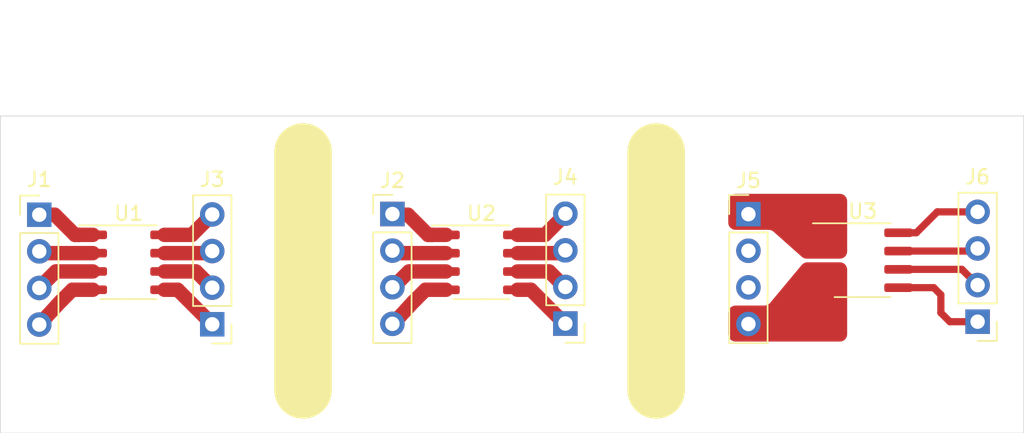
<source format=kicad_pcb>
(kicad_pcb (version 20171130) (host pcbnew "(5.1.5)-3")

  (general
    (thickness 1.6)
    (drawings 8)
    (tracks 54)
    (zones 0)
    (modules 9)
    (nets 25)
  )

  (page A4)
  (layers
    (0 F.Cu signal)
    (31 B.Cu signal)
    (32 B.Adhes user)
    (33 F.Adhes user)
    (34 B.Paste user)
    (35 F.Paste user)
    (36 B.SilkS user)
    (37 F.SilkS user)
    (38 B.Mask user)
    (39 F.Mask user)
    (40 Dwgs.User user)
    (41 Cmts.User user)
    (42 Eco1.User user)
    (43 Eco2.User user)
    (44 Edge.Cuts user)
    (45 Margin user)
    (46 B.CrtYd user)
    (47 F.CrtYd user)
    (48 B.Fab user)
    (49 F.Fab user)
  )

  (setup
    (last_trace_width 0.5)
    (user_trace_width 0.5)
    (user_trace_width 1)
    (trace_clearance 0.2)
    (zone_clearance 0.03)
    (zone_45_only no)
    (trace_min 0.2)
    (via_size 0.8)
    (via_drill 0.4)
    (via_min_size 0.4)
    (via_min_drill 0.3)
    (user_via 1 0.6)
    (uvia_size 0.3)
    (uvia_drill 0.1)
    (uvias_allowed no)
    (uvia_min_size 0.2)
    (uvia_min_drill 0.1)
    (edge_width 0.05)
    (segment_width 0.2)
    (pcb_text_width 0.3)
    (pcb_text_size 1.5 1.5)
    (mod_edge_width 0.12)
    (mod_text_size 1 1)
    (mod_text_width 0.15)
    (pad_size 1.524 1.524)
    (pad_drill 0.762)
    (pad_to_mask_clearance 0.051)
    (solder_mask_min_width 0.25)
    (aux_axis_origin 0 0)
    (visible_elements 7FFDFFFF)
    (pcbplotparams
      (layerselection 0x010f0_ffffffff)
      (usegerberextensions false)
      (usegerberattributes false)
      (usegerberadvancedattributes false)
      (creategerberjobfile false)
      (excludeedgelayer true)
      (linewidth 0.100000)
      (plotframeref false)
      (viasonmask false)
      (mode 1)
      (useauxorigin false)
      (hpglpennumber 1)
      (hpglpenspeed 20)
      (hpglpendiameter 15.000000)
      (psnegative false)
      (psa4output false)
      (plotreference true)
      (plotvalue true)
      (plotinvisibletext false)
      (padsonsilk false)
      (subtractmaskfromsilk false)
      (outputformat 1)
      (mirror false)
      (drillshape 0)
      (scaleselection 1)
      (outputdirectory "output/"))
  )

  (net 0 "")
  (net 1 "Net-(J1-Pad4)")
  (net 2 "Net-(J1-Pad3)")
  (net 3 "Net-(J1-Pad2)")
  (net 4 "Net-(J1-Pad1)")
  (net 5 "Net-(J2-Pad4)")
  (net 6 "Net-(J2-Pad3)")
  (net 7 "Net-(J2-Pad2)")
  (net 8 "Net-(J2-Pad1)")
  (net 9 "Net-(J3-Pad4)")
  (net 10 "Net-(J3-Pad3)")
  (net 11 "Net-(J3-Pad2)")
  (net 12 "Net-(J3-Pad1)")
  (net 13 "Net-(J4-Pad4)")
  (net 14 "Net-(J4-Pad3)")
  (net 15 "Net-(J4-Pad2)")
  (net 16 "Net-(J4-Pad1)")
  (net 17 "Net-(J5-Pad4)")
  (net 18 "Net-(J5-Pad3)")
  (net 19 "Net-(J5-Pad2)")
  (net 20 "Net-(J5-Pad1)")
  (net 21 "Net-(J6-Pad4)")
  (net 22 "Net-(J6-Pad3)")
  (net 23 "Net-(J6-Pad2)")
  (net 24 "Net-(J6-Pad1)")

  (net_class Default "This is the default net class."
    (clearance 0.2)
    (trace_width 0.25)
    (via_dia 0.8)
    (via_drill 0.4)
    (uvia_dia 0.3)
    (uvia_drill 0.1)
    (add_net "Net-(J1-Pad1)")
    (add_net "Net-(J1-Pad2)")
    (add_net "Net-(J1-Pad3)")
    (add_net "Net-(J1-Pad4)")
    (add_net "Net-(J2-Pad1)")
    (add_net "Net-(J2-Pad2)")
    (add_net "Net-(J2-Pad3)")
    (add_net "Net-(J2-Pad4)")
    (add_net "Net-(J3-Pad1)")
    (add_net "Net-(J3-Pad2)")
    (add_net "Net-(J3-Pad3)")
    (add_net "Net-(J3-Pad4)")
    (add_net "Net-(J4-Pad1)")
    (add_net "Net-(J4-Pad2)")
    (add_net "Net-(J4-Pad3)")
    (add_net "Net-(J4-Pad4)")
    (add_net "Net-(J5-Pad1)")
    (add_net "Net-(J5-Pad2)")
    (add_net "Net-(J5-Pad3)")
    (add_net "Net-(J5-Pad4)")
    (add_net "Net-(J6-Pad1)")
    (add_net "Net-(J6-Pad2)")
    (add_net "Net-(J6-Pad3)")
    (add_net "Net-(J6-Pad4)")
  )

  (module Package_SO:SOIC-8_3.9x4.9mm_P1.27mm (layer F.Cu) (tedit 5D9F72B1) (tstamp 5E9A76AE)
    (at 177.825 61.005)
    (descr "SOIC, 8 Pin (JEDEC MS-012AA, https://www.analog.com/media/en/package-pcb-resources/package/pkg_pdf/soic_narrow-r/r_8.pdf), generated with kicad-footprint-generator ipc_gullwing_generator.py")
    (tags "SOIC SO")
    (path /5EA81C05)
    (attr smd)
    (fp_text reference U3 (at 0 -3.4) (layer F.SilkS)
      (effects (font (size 1 1) (thickness 0.15)))
    )
    (fp_text value ACS712ELCTR-30A-T_NRND (at 0 3.4) (layer F.Fab)
      (effects (font (size 1 1) (thickness 0.15)))
    )
    (fp_text user %R (at 0 0) (layer F.Fab)
      (effects (font (size 0.98 0.98) (thickness 0.15)))
    )
    (fp_line (start 3.7 -2.7) (end -3.7 -2.7) (layer F.CrtYd) (width 0.05))
    (fp_line (start 3.7 2.7) (end 3.7 -2.7) (layer F.CrtYd) (width 0.05))
    (fp_line (start -3.7 2.7) (end 3.7 2.7) (layer F.CrtYd) (width 0.05))
    (fp_line (start -3.7 -2.7) (end -3.7 2.7) (layer F.CrtYd) (width 0.05))
    (fp_line (start -1.95 -1.475) (end -0.975 -2.45) (layer F.Fab) (width 0.1))
    (fp_line (start -1.95 2.45) (end -1.95 -1.475) (layer F.Fab) (width 0.1))
    (fp_line (start 1.95 2.45) (end -1.95 2.45) (layer F.Fab) (width 0.1))
    (fp_line (start 1.95 -2.45) (end 1.95 2.45) (layer F.Fab) (width 0.1))
    (fp_line (start -0.975 -2.45) (end 1.95 -2.45) (layer F.Fab) (width 0.1))
    (fp_line (start 0 -2.56) (end -3.45 -2.56) (layer F.SilkS) (width 0.12))
    (fp_line (start 0 -2.56) (end 1.95 -2.56) (layer F.SilkS) (width 0.12))
    (fp_line (start 0 2.56) (end -1.95 2.56) (layer F.SilkS) (width 0.12))
    (fp_line (start 0 2.56) (end 1.95 2.56) (layer F.SilkS) (width 0.12))
    (pad 8 smd roundrect (at 2.475 -1.905) (size 1.95 0.6) (layers F.Cu F.Paste F.Mask) (roundrect_rratio 0.25)
      (net 21 "Net-(J6-Pad4)"))
    (pad 7 smd roundrect (at 2.475 -0.635) (size 1.95 0.6) (layers F.Cu F.Paste F.Mask) (roundrect_rratio 0.25)
      (net 22 "Net-(J6-Pad3)"))
    (pad 6 smd roundrect (at 2.475 0.635) (size 1.95 0.6) (layers F.Cu F.Paste F.Mask) (roundrect_rratio 0.25)
      (net 23 "Net-(J6-Pad2)"))
    (pad 5 smd roundrect (at 2.475 1.905) (size 1.95 0.6) (layers F.Cu F.Paste F.Mask) (roundrect_rratio 0.25)
      (net 24 "Net-(J6-Pad1)"))
    (pad 4 smd roundrect (at -2.475 1.905) (size 1.95 0.6) (layers F.Cu F.Paste F.Mask) (roundrect_rratio 0.25)
      (net 17 "Net-(J5-Pad4)"))
    (pad 3 smd roundrect (at -2.475 0.635) (size 1.95 0.6) (layers F.Cu F.Paste F.Mask) (roundrect_rratio 0.25)
      (net 17 "Net-(J5-Pad4)"))
    (pad 2 smd roundrect (at -2.475 -0.635) (size 1.95 0.6) (layers F.Cu F.Paste F.Mask) (roundrect_rratio 0.25)
      (net 20 "Net-(J5-Pad1)"))
    (pad 1 smd roundrect (at -2.475 -1.905) (size 1.95 0.6) (layers F.Cu F.Paste F.Mask) (roundrect_rratio 0.25)
      (net 20 "Net-(J5-Pad1)"))
    (model ${KISYS3DMOD}/Package_SO.3dshapes/SOIC-8_3.9x4.9mm_P1.27mm.wrl
      (at (xyz 0 0 0))
      (scale (xyz 1 1 1))
      (rotate (xyz 0 0 0))
    )
  )

  (module Package_SO:SOIC-8_3.9x4.9mm_P1.27mm (layer F.Cu) (tedit 5D9F72B1) (tstamp 5E9A7694)
    (at 151.375 61.155)
    (descr "SOIC, 8 Pin (JEDEC MS-012AA, https://www.analog.com/media/en/package-pcb-resources/package/pkg_pdf/soic_narrow-r/r_8.pdf), generated with kicad-footprint-generator ipc_gullwing_generator.py")
    (tags "SOIC SO")
    (path /5EAAD7AB)
    (attr smd)
    (fp_text reference U2 (at 0 -3.4) (layer F.SilkS)
      (effects (font (size 1 1) (thickness 0.15)))
    )
    (fp_text value OPA1662AIDR (at 0 3.4) (layer F.Fab)
      (effects (font (size 1 1) (thickness 0.15)))
    )
    (fp_text user %R (at 0 0) (layer F.Fab)
      (effects (font (size 0.98 0.98) (thickness 0.15)))
    )
    (fp_line (start 3.7 -2.7) (end -3.7 -2.7) (layer F.CrtYd) (width 0.05))
    (fp_line (start 3.7 2.7) (end 3.7 -2.7) (layer F.CrtYd) (width 0.05))
    (fp_line (start -3.7 2.7) (end 3.7 2.7) (layer F.CrtYd) (width 0.05))
    (fp_line (start -3.7 -2.7) (end -3.7 2.7) (layer F.CrtYd) (width 0.05))
    (fp_line (start -1.95 -1.475) (end -0.975 -2.45) (layer F.Fab) (width 0.1))
    (fp_line (start -1.95 2.45) (end -1.95 -1.475) (layer F.Fab) (width 0.1))
    (fp_line (start 1.95 2.45) (end -1.95 2.45) (layer F.Fab) (width 0.1))
    (fp_line (start 1.95 -2.45) (end 1.95 2.45) (layer F.Fab) (width 0.1))
    (fp_line (start -0.975 -2.45) (end 1.95 -2.45) (layer F.Fab) (width 0.1))
    (fp_line (start 0 -2.56) (end -3.45 -2.56) (layer F.SilkS) (width 0.12))
    (fp_line (start 0 -2.56) (end 1.95 -2.56) (layer F.SilkS) (width 0.12))
    (fp_line (start 0 2.56) (end -1.95 2.56) (layer F.SilkS) (width 0.12))
    (fp_line (start 0 2.56) (end 1.95 2.56) (layer F.SilkS) (width 0.12))
    (pad 8 smd roundrect (at 2.475 -1.905) (size 1.95 0.6) (layers F.Cu F.Paste F.Mask) (roundrect_rratio 0.25)
      (net 13 "Net-(J4-Pad4)"))
    (pad 7 smd roundrect (at 2.475 -0.635) (size 1.95 0.6) (layers F.Cu F.Paste F.Mask) (roundrect_rratio 0.25)
      (net 14 "Net-(J4-Pad3)"))
    (pad 6 smd roundrect (at 2.475 0.635) (size 1.95 0.6) (layers F.Cu F.Paste F.Mask) (roundrect_rratio 0.25)
      (net 15 "Net-(J4-Pad2)"))
    (pad 5 smd roundrect (at 2.475 1.905) (size 1.95 0.6) (layers F.Cu F.Paste F.Mask) (roundrect_rratio 0.25)
      (net 16 "Net-(J4-Pad1)"))
    (pad 4 smd roundrect (at -2.475 1.905) (size 1.95 0.6) (layers F.Cu F.Paste F.Mask) (roundrect_rratio 0.25)
      (net 5 "Net-(J2-Pad4)"))
    (pad 3 smd roundrect (at -2.475 0.635) (size 1.95 0.6) (layers F.Cu F.Paste F.Mask) (roundrect_rratio 0.25)
      (net 6 "Net-(J2-Pad3)"))
    (pad 2 smd roundrect (at -2.475 -0.635) (size 1.95 0.6) (layers F.Cu F.Paste F.Mask) (roundrect_rratio 0.25)
      (net 7 "Net-(J2-Pad2)"))
    (pad 1 smd roundrect (at -2.475 -1.905) (size 1.95 0.6) (layers F.Cu F.Paste F.Mask) (roundrect_rratio 0.25)
      (net 8 "Net-(J2-Pad1)"))
    (model ${KISYS3DMOD}/Package_SO.3dshapes/SOIC-8_3.9x4.9mm_P1.27mm.wrl
      (at (xyz 0 0 0))
      (scale (xyz 1 1 1))
      (rotate (xyz 0 0 0))
    )
  )

  (module Package_SO:SOIC-8_3.9x4.9mm_P1.27mm (layer F.Cu) (tedit 5D9F72B1) (tstamp 5E9A767A)
    (at 126.9 61.15)
    (descr "SOIC, 8 Pin (JEDEC MS-012AA, https://www.analog.com/media/en/package-pcb-resources/package/pkg_pdf/soic_narrow-r/r_8.pdf), generated with kicad-footprint-generator ipc_gullwing_generator.py")
    (tags "SOIC SO")
    (path /5EA7F2ED)
    (attr smd)
    (fp_text reference U1 (at 0 -3.4) (layer F.SilkS)
      (effects (font (size 1 1) (thickness 0.15)))
    )
    (fp_text value OPA1662AIDR (at 0 3.4) (layer F.Fab)
      (effects (font (size 1 1) (thickness 0.15)))
    )
    (fp_text user %R (at 0 0) (layer F.Fab)
      (effects (font (size 0.98 0.98) (thickness 0.15)))
    )
    (fp_line (start 3.7 -2.7) (end -3.7 -2.7) (layer F.CrtYd) (width 0.05))
    (fp_line (start 3.7 2.7) (end 3.7 -2.7) (layer F.CrtYd) (width 0.05))
    (fp_line (start -3.7 2.7) (end 3.7 2.7) (layer F.CrtYd) (width 0.05))
    (fp_line (start -3.7 -2.7) (end -3.7 2.7) (layer F.CrtYd) (width 0.05))
    (fp_line (start -1.95 -1.475) (end -0.975 -2.45) (layer F.Fab) (width 0.1))
    (fp_line (start -1.95 2.45) (end -1.95 -1.475) (layer F.Fab) (width 0.1))
    (fp_line (start 1.95 2.45) (end -1.95 2.45) (layer F.Fab) (width 0.1))
    (fp_line (start 1.95 -2.45) (end 1.95 2.45) (layer F.Fab) (width 0.1))
    (fp_line (start -0.975 -2.45) (end 1.95 -2.45) (layer F.Fab) (width 0.1))
    (fp_line (start 0 -2.56) (end -3.45 -2.56) (layer F.SilkS) (width 0.12))
    (fp_line (start 0 -2.56) (end 1.95 -2.56) (layer F.SilkS) (width 0.12))
    (fp_line (start 0 2.56) (end -1.95 2.56) (layer F.SilkS) (width 0.12))
    (fp_line (start 0 2.56) (end 1.95 2.56) (layer F.SilkS) (width 0.12))
    (pad 8 smd roundrect (at 2.475 -1.905) (size 1.95 0.6) (layers F.Cu F.Paste F.Mask) (roundrect_rratio 0.25)
      (net 9 "Net-(J3-Pad4)"))
    (pad 7 smd roundrect (at 2.475 -0.635) (size 1.95 0.6) (layers F.Cu F.Paste F.Mask) (roundrect_rratio 0.25)
      (net 10 "Net-(J3-Pad3)"))
    (pad 6 smd roundrect (at 2.475 0.635) (size 1.95 0.6) (layers F.Cu F.Paste F.Mask) (roundrect_rratio 0.25)
      (net 11 "Net-(J3-Pad2)"))
    (pad 5 smd roundrect (at 2.475 1.905) (size 1.95 0.6) (layers F.Cu F.Paste F.Mask) (roundrect_rratio 0.25)
      (net 12 "Net-(J3-Pad1)"))
    (pad 4 smd roundrect (at -2.475 1.905) (size 1.95 0.6) (layers F.Cu F.Paste F.Mask) (roundrect_rratio 0.25)
      (net 1 "Net-(J1-Pad4)"))
    (pad 3 smd roundrect (at -2.475 0.635) (size 1.95 0.6) (layers F.Cu F.Paste F.Mask) (roundrect_rratio 0.25)
      (net 2 "Net-(J1-Pad3)"))
    (pad 2 smd roundrect (at -2.475 -0.635) (size 1.95 0.6) (layers F.Cu F.Paste F.Mask) (roundrect_rratio 0.25)
      (net 3 "Net-(J1-Pad2)"))
    (pad 1 smd roundrect (at -2.475 -1.905) (size 1.95 0.6) (layers F.Cu F.Paste F.Mask) (roundrect_rratio 0.25)
      (net 4 "Net-(J1-Pad1)"))
    (model ${KISYS3DMOD}/Package_SO.3dshapes/SOIC-8_3.9x4.9mm_P1.27mm.wrl
      (at (xyz 0 0 0))
      (scale (xyz 1 1 1))
      (rotate (xyz 0 0 0))
    )
  )

  (module Connector_PinHeader_2.54mm:PinHeader_1x04_P2.54mm_Vertical (layer F.Cu) (tedit 59FED5CC) (tstamp 5E9A7660)
    (at 185.8 65.27 180)
    (descr "Through hole straight pin header, 1x04, 2.54mm pitch, single row")
    (tags "Through hole pin header THT 1x04 2.54mm single row")
    (path /5EAB1CC5)
    (fp_text reference J6 (at 0 10.045) (layer F.SilkS)
      (effects (font (size 1 1) (thickness 0.15)))
    )
    (fp_text value Conn_01x04_Male (at 0 9.95) (layer F.Fab)
      (effects (font (size 1 1) (thickness 0.15)))
    )
    (fp_text user %R (at 0 3.81 90) (layer F.Fab)
      (effects (font (size 1 1) (thickness 0.15)))
    )
    (fp_line (start 1.8 -1.8) (end -1.8 -1.8) (layer F.CrtYd) (width 0.05))
    (fp_line (start 1.8 9.4) (end 1.8 -1.8) (layer F.CrtYd) (width 0.05))
    (fp_line (start -1.8 9.4) (end 1.8 9.4) (layer F.CrtYd) (width 0.05))
    (fp_line (start -1.8 -1.8) (end -1.8 9.4) (layer F.CrtYd) (width 0.05))
    (fp_line (start -1.33 -1.33) (end 0 -1.33) (layer F.SilkS) (width 0.12))
    (fp_line (start -1.33 0) (end -1.33 -1.33) (layer F.SilkS) (width 0.12))
    (fp_line (start -1.33 1.27) (end 1.33 1.27) (layer F.SilkS) (width 0.12))
    (fp_line (start 1.33 1.27) (end 1.33 8.95) (layer F.SilkS) (width 0.12))
    (fp_line (start -1.33 1.27) (end -1.33 8.95) (layer F.SilkS) (width 0.12))
    (fp_line (start -1.33 8.95) (end 1.33 8.95) (layer F.SilkS) (width 0.12))
    (fp_line (start -1.27 -0.635) (end -0.635 -1.27) (layer F.Fab) (width 0.1))
    (fp_line (start -1.27 8.89) (end -1.27 -0.635) (layer F.Fab) (width 0.1))
    (fp_line (start 1.27 8.89) (end -1.27 8.89) (layer F.Fab) (width 0.1))
    (fp_line (start 1.27 -1.27) (end 1.27 8.89) (layer F.Fab) (width 0.1))
    (fp_line (start -0.635 -1.27) (end 1.27 -1.27) (layer F.Fab) (width 0.1))
    (pad 4 thru_hole oval (at 0 7.62 180) (size 1.7 1.7) (drill 1) (layers *.Cu *.Mask)
      (net 21 "Net-(J6-Pad4)"))
    (pad 3 thru_hole oval (at 0 5.08 180) (size 1.7 1.7) (drill 1) (layers *.Cu *.Mask)
      (net 22 "Net-(J6-Pad3)"))
    (pad 2 thru_hole oval (at 0 2.54 180) (size 1.7 1.7) (drill 1) (layers *.Cu *.Mask)
      (net 23 "Net-(J6-Pad2)"))
    (pad 1 thru_hole rect (at 0 0 180) (size 1.7 1.7) (drill 1) (layers *.Cu *.Mask)
      (net 24 "Net-(J6-Pad1)"))
    (model ${KISYS3DMOD}/Connector_PinHeader_2.54mm.3dshapes/PinHeader_1x04_P2.54mm_Vertical.wrl
      (at (xyz 0 0 0))
      (scale (xyz 1 1 1))
      (rotate (xyz 0 0 0))
    )
  )

  (module Connector_PinHeader_2.54mm:PinHeader_1x04_P2.54mm_Vertical (layer F.Cu) (tedit 59FED5CC) (tstamp 5E9A9166)
    (at 169.9 57.81)
    (descr "Through hole straight pin header, 1x04, 2.54mm pitch, single row")
    (tags "Through hole pin header THT 1x04 2.54mm single row")
    (path /5EAAE8EB)
    (fp_text reference J5 (at 0 -2.33) (layer F.SilkS)
      (effects (font (size 1 1) (thickness 0.15)))
    )
    (fp_text value Conn_01x04_Male (at 0 9.95) (layer F.Fab)
      (effects (font (size 1 1) (thickness 0.15)))
    )
    (fp_text user %R (at 0 3.81 90) (layer F.Fab)
      (effects (font (size 1 1) (thickness 0.15)))
    )
    (fp_line (start 1.8 -1.8) (end -1.8 -1.8) (layer F.CrtYd) (width 0.05))
    (fp_line (start 1.8 9.4) (end 1.8 -1.8) (layer F.CrtYd) (width 0.05))
    (fp_line (start -1.8 9.4) (end 1.8 9.4) (layer F.CrtYd) (width 0.05))
    (fp_line (start -1.8 -1.8) (end -1.8 9.4) (layer F.CrtYd) (width 0.05))
    (fp_line (start -1.33 -1.33) (end 0 -1.33) (layer F.SilkS) (width 0.12))
    (fp_line (start -1.33 0) (end -1.33 -1.33) (layer F.SilkS) (width 0.12))
    (fp_line (start -1.33 1.27) (end 1.33 1.27) (layer F.SilkS) (width 0.12))
    (fp_line (start 1.33 1.27) (end 1.33 8.95) (layer F.SilkS) (width 0.12))
    (fp_line (start -1.33 1.27) (end -1.33 8.95) (layer F.SilkS) (width 0.12))
    (fp_line (start -1.33 8.95) (end 1.33 8.95) (layer F.SilkS) (width 0.12))
    (fp_line (start -1.27 -0.635) (end -0.635 -1.27) (layer F.Fab) (width 0.1))
    (fp_line (start -1.27 8.89) (end -1.27 -0.635) (layer F.Fab) (width 0.1))
    (fp_line (start 1.27 8.89) (end -1.27 8.89) (layer F.Fab) (width 0.1))
    (fp_line (start 1.27 -1.27) (end 1.27 8.89) (layer F.Fab) (width 0.1))
    (fp_line (start -0.635 -1.27) (end 1.27 -1.27) (layer F.Fab) (width 0.1))
    (pad 4 thru_hole oval (at 0 7.62) (size 1.7 1.7) (drill 1) (layers *.Cu *.Mask)
      (net 17 "Net-(J5-Pad4)"))
    (pad 3 thru_hole oval (at 0 5.08) (size 1.7 1.7) (drill 1) (layers *.Cu *.Mask)
      (net 18 "Net-(J5-Pad3)"))
    (pad 2 thru_hole oval (at 0 2.54) (size 1.7 1.7) (drill 1) (layers *.Cu *.Mask)
      (net 19 "Net-(J5-Pad2)"))
    (pad 1 thru_hole rect (at 0 0) (size 1.7 1.7) (drill 1) (layers *.Cu *.Mask)
      (net 20 "Net-(J5-Pad1)"))
    (model ${KISYS3DMOD}/Connector_PinHeader_2.54mm.3dshapes/PinHeader_1x04_P2.54mm_Vertical.wrl
      (at (xyz 0 0 0))
      (scale (xyz 1 1 1))
      (rotate (xyz 0 0 0))
    )
  )

  (module Connector_PinHeader_2.54mm:PinHeader_1x04_P2.54mm_Vertical (layer F.Cu) (tedit 59FED5CC) (tstamp 5E9A7630)
    (at 157.2 65.4 180)
    (descr "Through hole straight pin header, 1x04, 2.54mm pitch, single row")
    (tags "Through hole pin header THT 1x04 2.54mm single row")
    (path /5EAAD7BB)
    (fp_text reference J4 (at 0 10.15) (layer F.SilkS)
      (effects (font (size 1 1) (thickness 0.15)))
    )
    (fp_text value Conn_01x04_Male (at 0 9.95) (layer F.Fab)
      (effects (font (size 1 1) (thickness 0.15)))
    )
    (fp_text user %R (at 0 3.81 90) (layer F.Fab)
      (effects (font (size 1 1) (thickness 0.15)))
    )
    (fp_line (start 1.8 -1.8) (end -1.8 -1.8) (layer F.CrtYd) (width 0.05))
    (fp_line (start 1.8 9.4) (end 1.8 -1.8) (layer F.CrtYd) (width 0.05))
    (fp_line (start -1.8 9.4) (end 1.8 9.4) (layer F.CrtYd) (width 0.05))
    (fp_line (start -1.8 -1.8) (end -1.8 9.4) (layer F.CrtYd) (width 0.05))
    (fp_line (start -1.33 -1.33) (end 0 -1.33) (layer F.SilkS) (width 0.12))
    (fp_line (start -1.33 0) (end -1.33 -1.33) (layer F.SilkS) (width 0.12))
    (fp_line (start -1.33 1.27) (end 1.33 1.27) (layer F.SilkS) (width 0.12))
    (fp_line (start 1.33 1.27) (end 1.33 8.95) (layer F.SilkS) (width 0.12))
    (fp_line (start -1.33 1.27) (end -1.33 8.95) (layer F.SilkS) (width 0.12))
    (fp_line (start -1.33 8.95) (end 1.33 8.95) (layer F.SilkS) (width 0.12))
    (fp_line (start -1.27 -0.635) (end -0.635 -1.27) (layer F.Fab) (width 0.1))
    (fp_line (start -1.27 8.89) (end -1.27 -0.635) (layer F.Fab) (width 0.1))
    (fp_line (start 1.27 8.89) (end -1.27 8.89) (layer F.Fab) (width 0.1))
    (fp_line (start 1.27 -1.27) (end 1.27 8.89) (layer F.Fab) (width 0.1))
    (fp_line (start -0.635 -1.27) (end 1.27 -1.27) (layer F.Fab) (width 0.1))
    (pad 4 thru_hole oval (at 0 7.62 180) (size 1.7 1.7) (drill 1) (layers *.Cu *.Mask)
      (net 13 "Net-(J4-Pad4)"))
    (pad 3 thru_hole oval (at 0 5.08 180) (size 1.7 1.7) (drill 1) (layers *.Cu *.Mask)
      (net 14 "Net-(J4-Pad3)"))
    (pad 2 thru_hole oval (at 0 2.54 180) (size 1.7 1.7) (drill 1) (layers *.Cu *.Mask)
      (net 15 "Net-(J4-Pad2)"))
    (pad 1 thru_hole rect (at 0 0 180) (size 1.7 1.7) (drill 1) (layers *.Cu *.Mask)
      (net 16 "Net-(J4-Pad1)"))
    (model ${KISYS3DMOD}/Connector_PinHeader_2.54mm.3dshapes/PinHeader_1x04_P2.54mm_Vertical.wrl
      (at (xyz 0 0 0))
      (scale (xyz 1 1 1))
      (rotate (xyz 0 0 0))
    )
  )

  (module Connector_PinHeader_2.54mm:PinHeader_1x04_P2.54mm_Vertical (layer F.Cu) (tedit 59FED5CC) (tstamp 5E9A7BC3)
    (at 132.7 65.45 180)
    (descr "Through hole straight pin header, 1x04, 2.54mm pitch, single row")
    (tags "Through hole pin header THT 1x04 2.54mm single row")
    (path /5EAAAE53)
    (fp_text reference J3 (at 0 10.05) (layer F.SilkS)
      (effects (font (size 1 1) (thickness 0.15)))
    )
    (fp_text value Conn_01x04_Male (at 0 9.95) (layer F.Fab)
      (effects (font (size 1 1) (thickness 0.15)))
    )
    (fp_text user %R (at 0 3.81 90) (layer F.Fab)
      (effects (font (size 1 1) (thickness 0.15)))
    )
    (fp_line (start 1.8 -1.8) (end -1.8 -1.8) (layer F.CrtYd) (width 0.05))
    (fp_line (start 1.8 9.4) (end 1.8 -1.8) (layer F.CrtYd) (width 0.05))
    (fp_line (start -1.8 9.4) (end 1.8 9.4) (layer F.CrtYd) (width 0.05))
    (fp_line (start -1.8 -1.8) (end -1.8 9.4) (layer F.CrtYd) (width 0.05))
    (fp_line (start -1.33 -1.33) (end 0 -1.33) (layer F.SilkS) (width 0.12))
    (fp_line (start -1.33 0) (end -1.33 -1.33) (layer F.SilkS) (width 0.12))
    (fp_line (start -1.33 1.27) (end 1.33 1.27) (layer F.SilkS) (width 0.12))
    (fp_line (start 1.33 1.27) (end 1.33 8.95) (layer F.SilkS) (width 0.12))
    (fp_line (start -1.33 1.27) (end -1.33 8.95) (layer F.SilkS) (width 0.12))
    (fp_line (start -1.33 8.95) (end 1.33 8.95) (layer F.SilkS) (width 0.12))
    (fp_line (start -1.27 -0.635) (end -0.635 -1.27) (layer F.Fab) (width 0.1))
    (fp_line (start -1.27 8.89) (end -1.27 -0.635) (layer F.Fab) (width 0.1))
    (fp_line (start 1.27 8.89) (end -1.27 8.89) (layer F.Fab) (width 0.1))
    (fp_line (start 1.27 -1.27) (end 1.27 8.89) (layer F.Fab) (width 0.1))
    (fp_line (start -0.635 -1.27) (end 1.27 -1.27) (layer F.Fab) (width 0.1))
    (pad 4 thru_hole oval (at 0 7.62 180) (size 1.7 1.7) (drill 1) (layers *.Cu *.Mask)
      (net 9 "Net-(J3-Pad4)"))
    (pad 3 thru_hole oval (at 0 5.08 180) (size 1.7 1.7) (drill 1) (layers *.Cu *.Mask)
      (net 10 "Net-(J3-Pad3)"))
    (pad 2 thru_hole oval (at 0 2.54 180) (size 1.7 1.7) (drill 1) (layers *.Cu *.Mask)
      (net 11 "Net-(J3-Pad2)"))
    (pad 1 thru_hole rect (at 0 0 180) (size 1.7 1.7) (drill 1) (layers *.Cu *.Mask)
      (net 12 "Net-(J3-Pad1)"))
    (model ${KISYS3DMOD}/Connector_PinHeader_2.54mm.3dshapes/PinHeader_1x04_P2.54mm_Vertical.wrl
      (at (xyz 0 0 0))
      (scale (xyz 1 1 1))
      (rotate (xyz 0 0 0))
    )
  )

  (module Connector_PinHeader_2.54mm:PinHeader_1x04_P2.54mm_Vertical (layer F.Cu) (tedit 59FED5CC) (tstamp 5E9A7600)
    (at 145.2 57.8)
    (descr "Through hole straight pin header, 1x04, 2.54mm pitch, single row")
    (tags "Through hole pin header THT 1x04 2.54mm single row")
    (path /5EAAD7B1)
    (fp_text reference J2 (at 0 -2.33) (layer F.SilkS)
      (effects (font (size 1 1) (thickness 0.15)))
    )
    (fp_text value Conn_01x04_Male (at 0 9.95) (layer F.Fab)
      (effects (font (size 1 1) (thickness 0.15)))
    )
    (fp_text user %R (at 0 3.81 90) (layer F.Fab)
      (effects (font (size 1 1) (thickness 0.15)))
    )
    (fp_line (start 1.8 -1.8) (end -1.8 -1.8) (layer F.CrtYd) (width 0.05))
    (fp_line (start 1.8 9.4) (end 1.8 -1.8) (layer F.CrtYd) (width 0.05))
    (fp_line (start -1.8 9.4) (end 1.8 9.4) (layer F.CrtYd) (width 0.05))
    (fp_line (start -1.8 -1.8) (end -1.8 9.4) (layer F.CrtYd) (width 0.05))
    (fp_line (start -1.33 -1.33) (end 0 -1.33) (layer F.SilkS) (width 0.12))
    (fp_line (start -1.33 0) (end -1.33 -1.33) (layer F.SilkS) (width 0.12))
    (fp_line (start -1.33 1.27) (end 1.33 1.27) (layer F.SilkS) (width 0.12))
    (fp_line (start 1.33 1.27) (end 1.33 8.95) (layer F.SilkS) (width 0.12))
    (fp_line (start -1.33 1.27) (end -1.33 8.95) (layer F.SilkS) (width 0.12))
    (fp_line (start -1.33 8.95) (end 1.33 8.95) (layer F.SilkS) (width 0.12))
    (fp_line (start -1.27 -0.635) (end -0.635 -1.27) (layer F.Fab) (width 0.1))
    (fp_line (start -1.27 8.89) (end -1.27 -0.635) (layer F.Fab) (width 0.1))
    (fp_line (start 1.27 8.89) (end -1.27 8.89) (layer F.Fab) (width 0.1))
    (fp_line (start 1.27 -1.27) (end 1.27 8.89) (layer F.Fab) (width 0.1))
    (fp_line (start -0.635 -1.27) (end 1.27 -1.27) (layer F.Fab) (width 0.1))
    (pad 4 thru_hole oval (at 0 7.62) (size 1.7 1.7) (drill 1) (layers *.Cu *.Mask)
      (net 5 "Net-(J2-Pad4)"))
    (pad 3 thru_hole oval (at 0 5.08) (size 1.7 1.7) (drill 1) (layers *.Cu *.Mask)
      (net 6 "Net-(J2-Pad3)"))
    (pad 2 thru_hole oval (at 0 2.54) (size 1.7 1.7) (drill 1) (layers *.Cu *.Mask)
      (net 7 "Net-(J2-Pad2)"))
    (pad 1 thru_hole rect (at 0 0) (size 1.7 1.7) (drill 1) (layers *.Cu *.Mask)
      (net 8 "Net-(J2-Pad1)"))
    (model ${KISYS3DMOD}/Connector_PinHeader_2.54mm.3dshapes/PinHeader_1x04_P2.54mm_Vertical.wrl
      (at (xyz 0 0 0))
      (scale (xyz 1 1 1))
      (rotate (xyz 0 0 0))
    )
  )

  (module Connector_PinHeader_2.54mm:PinHeader_1x04_P2.54mm_Vertical (layer F.Cu) (tedit 59FED5CC) (tstamp 5E9A75E8)
    (at 120.7 57.85)
    (descr "Through hole straight pin header, 1x04, 2.54mm pitch, single row")
    (tags "Through hole pin header THT 1x04 2.54mm single row")
    (path /5EAA6E12)
    (fp_text reference J1 (at 0 -2.45) (layer F.SilkS)
      (effects (font (size 1 1) (thickness 0.15)))
    )
    (fp_text value Conn_01x04_Male (at 0 9.95) (layer F.Fab)
      (effects (font (size 1 1) (thickness 0.15)))
    )
    (fp_text user %R (at 0 3.81 90) (layer F.Fab)
      (effects (font (size 1 1) (thickness 0.15)))
    )
    (fp_line (start 1.8 -1.8) (end -1.8 -1.8) (layer F.CrtYd) (width 0.05))
    (fp_line (start 1.8 9.4) (end 1.8 -1.8) (layer F.CrtYd) (width 0.05))
    (fp_line (start -1.8 9.4) (end 1.8 9.4) (layer F.CrtYd) (width 0.05))
    (fp_line (start -1.8 -1.8) (end -1.8 9.4) (layer F.CrtYd) (width 0.05))
    (fp_line (start -1.33 -1.33) (end 0 -1.33) (layer F.SilkS) (width 0.12))
    (fp_line (start -1.33 0) (end -1.33 -1.33) (layer F.SilkS) (width 0.12))
    (fp_line (start -1.33 1.27) (end 1.33 1.27) (layer F.SilkS) (width 0.12))
    (fp_line (start 1.33 1.27) (end 1.33 8.95) (layer F.SilkS) (width 0.12))
    (fp_line (start -1.33 1.27) (end -1.33 8.95) (layer F.SilkS) (width 0.12))
    (fp_line (start -1.33 8.95) (end 1.33 8.95) (layer F.SilkS) (width 0.12))
    (fp_line (start -1.27 -0.635) (end -0.635 -1.27) (layer F.Fab) (width 0.1))
    (fp_line (start -1.27 8.89) (end -1.27 -0.635) (layer F.Fab) (width 0.1))
    (fp_line (start 1.27 8.89) (end -1.27 8.89) (layer F.Fab) (width 0.1))
    (fp_line (start 1.27 -1.27) (end 1.27 8.89) (layer F.Fab) (width 0.1))
    (fp_line (start -0.635 -1.27) (end 1.27 -1.27) (layer F.Fab) (width 0.1))
    (pad 4 thru_hole oval (at 0 7.62) (size 1.7 1.7) (drill 1) (layers *.Cu *.Mask)
      (net 1 "Net-(J1-Pad4)"))
    (pad 3 thru_hole oval (at 0 5.08) (size 1.7 1.7) (drill 1) (layers *.Cu *.Mask)
      (net 2 "Net-(J1-Pad3)"))
    (pad 2 thru_hole oval (at 0 2.54) (size 1.7 1.7) (drill 1) (layers *.Cu *.Mask)
      (net 3 "Net-(J1-Pad2)"))
    (pad 1 thru_hole rect (at 0 0) (size 1.7 1.7) (drill 1) (layers *.Cu *.Mask)
      (net 4 "Net-(J1-Pad1)"))
    (model ${KISYS3DMOD}/Connector_PinHeader_2.54mm.3dshapes/PinHeader_1x04_P2.54mm_Vertical.wrl
      (at (xyz 0 0 0))
      (scale (xyz 1 1 1))
      (rotate (xyz 0 0 0))
    )
  )

  (gr_line (start 118 73) (end 118 51) (layer Edge.Cuts) (width 0.05) (tstamp 5E9920CF))
  (gr_line (start 189 73) (end 118 73) (layer Edge.Cuts) (width 0.05))
  (gr_line (start 189 51) (end 189 73) (layer Edge.Cuts) (width 0.05))
  (gr_line (start 118 51) (end 189 51) (layer Edge.Cuts) (width 0.05))
  (gr_line (start 163.5 53.5) (end 163.5 70) (layer F.SilkS) (width 4) (tstamp 5E991F25))
  (dimension 12 (width 0.12) (layer Cmts.User) (tstamp 5E991E70)
    (gr_text "12.000 mm" (at 151.2 43.68) (layer Cmts.User) (tstamp 5E991E70)
      (effects (font (size 1 1) (thickness 0.15)))
    )
    (feature1 (pts (xy 157.2 57.8) (xy 157.2 44.363579)))
    (feature2 (pts (xy 145.2 57.8) (xy 145.2 44.363579)))
    (crossbar (pts (xy 145.2 44.95) (xy 157.2 44.95)))
    (arrow1a (pts (xy 157.2 44.95) (xy 156.073496 45.536421)))
    (arrow1b (pts (xy 157.2 44.95) (xy 156.073496 44.363579)))
    (arrow2a (pts (xy 145.2 44.95) (xy 146.326504 45.536421)))
    (arrow2b (pts (xy 145.2 44.95) (xy 146.326504 44.363579)))
  )
  (dimension 12 (width 0.12) (layer Cmts.User)
    (gr_text "12.000 mm" (at 126.7 43.73) (layer Cmts.User)
      (effects (font (size 1 1) (thickness 0.15)))
    )
    (feature1 (pts (xy 132.7 57.85) (xy 132.7 44.413579)))
    (feature2 (pts (xy 120.7 57.85) (xy 120.7 44.413579)))
    (crossbar (pts (xy 120.7 45) (xy 132.7 45)))
    (arrow1a (pts (xy 132.7 45) (xy 131.573496 45.586421)))
    (arrow1b (pts (xy 132.7 45) (xy 131.573496 44.413579)))
    (arrow2a (pts (xy 120.7 45) (xy 121.826504 45.586421)))
    (arrow2b (pts (xy 120.7 45) (xy 121.826504 44.413579)))
  )
  (gr_line (start 139 53.5) (end 139 70) (layer F.SilkS) (width 4))

  (segment (start 122.275 63.775) (end 122.15 63.895) (width 1) (layer F.Cu) (net 1))
  (segment (start 124.425 63.055) (end 122.995 63.055) (width 1) (layer F.Cu) (net 1))
  (segment (start 122.15 63.895) (end 120.7 65.47) (width 1) (layer F.Cu) (net 1))
  (segment (start 122.995 63.055) (end 122.275 63.775) (width 1) (layer F.Cu) (net 1))
  (segment (start 121.845 61.785) (end 120.7 62.93) (width 1) (layer F.Cu) (net 2))
  (segment (start 124.425 61.785) (end 121.845 61.785) (width 1) (layer F.Cu) (net 2))
  (segment (start 120.825 60.515) (end 120.7 60.39) (width 1) (layer F.Cu) (net 3))
  (segment (start 124.425 60.515) (end 120.825 60.515) (width 1) (layer F.Cu) (net 3))
  (segment (start 123.45 59.245) (end 123.445 59.25) (width 1) (layer F.Cu) (net 4))
  (segment (start 124.425 59.245) (end 123.45 59.245) (width 1) (layer F.Cu) (net 4))
  (segment (start 123.445 59.25) (end 123.175 59.25) (width 1) (layer F.Cu) (net 4))
  (segment (start 123.175 59.25) (end 121.775 57.85) (width 1) (layer F.Cu) (net 4))
  (segment (start 121.775 57.85) (end 120.7 57.85) (width 1) (layer F.Cu) (net 4))
  (segment (start 146.65 63.895) (end 145.2 65.47) (width 1) (layer F.Cu) (net 5) (tstamp 5E9A8E5B))
  (segment (start 148.925 63.055) (end 147.495 63.055) (width 1) (layer F.Cu) (net 5) (tstamp 5E9A8E5F))
  (segment (start 147.495 63.055) (end 146.775 63.775) (width 1) (layer F.Cu) (net 5) (tstamp 5E9A8E60))
  (segment (start 146.775 63.775) (end 146.65 63.895) (width 1) (layer F.Cu) (net 5) (tstamp 5E9A8E63))
  (segment (start 146.345 61.785) (end 145.2 62.93) (width 1) (layer F.Cu) (net 6) (tstamp 5E9A8E54))
  (segment (start 148.925 61.785) (end 146.345 61.785) (width 1) (layer F.Cu) (net 6) (tstamp 5E9A8E57))
  (segment (start 145.325 60.515) (end 145.2 60.39) (width 1) (layer F.Cu) (net 7) (tstamp 5E9A8E52))
  (segment (start 148.925 60.515) (end 145.325 60.515) (width 1) (layer F.Cu) (net 7) (tstamp 5E9A8E58))
  (segment (start 147.945 59.25) (end 147.675 59.25) (width 1) (layer F.Cu) (net 8) (tstamp 5E9A8E4F))
  (segment (start 146.275 57.85) (end 145.2 57.85) (width 1) (layer F.Cu) (net 8) (tstamp 5E9A8E50))
  (segment (start 147.675 59.25) (end 146.275 57.85) (width 1) (layer F.Cu) (net 8) (tstamp 5E9A8E51))
  (segment (start 147.95 59.245) (end 147.945 59.25) (width 1) (layer F.Cu) (net 8) (tstamp 5E9A8E56))
  (segment (start 148.925 59.245) (end 147.95 59.245) (width 1) (layer F.Cu) (net 8) (tstamp 5E9A8E59))
  (segment (start 131.285 59.245) (end 132.7 57.83) (width 1) (layer F.Cu) (net 9))
  (segment (start 129.375 59.245) (end 131.285 59.245) (width 1) (layer F.Cu) (net 9))
  (segment (start 132.555 60.515) (end 132.7 60.37) (width 1) (layer F.Cu) (net 10))
  (segment (start 129.375 60.515) (end 132.555 60.515) (width 1) (layer F.Cu) (net 10))
  (segment (start 131.575 61.785) (end 132.7 62.91) (width 1) (layer F.Cu) (net 11))
  (segment (start 129.375 61.785) (end 131.575 61.785) (width 1) (layer F.Cu) (net 11))
  (segment (start 130.305 63.055) (end 132.7 65.45) (width 1) (layer F.Cu) (net 12))
  (segment (start 129.375 63.055) (end 130.305 63.055) (width 1) (layer F.Cu) (net 12))
  (segment (start 155.785 59.245) (end 157.2 57.83) (width 1) (layer F.Cu) (net 13) (tstamp 5E9A8E53))
  (segment (start 153.875 59.245) (end 155.785 59.245) (width 1) (layer F.Cu) (net 13) (tstamp 5E9A8E55))
  (segment (start 153.875 60.515) (end 157.055 60.515) (width 1) (layer F.Cu) (net 14) (tstamp 5E9A8E5D))
  (segment (start 157.055 60.515) (end 157.2 60.37) (width 1) (layer F.Cu) (net 14) (tstamp 5E9A8E61))
  (segment (start 156.075 61.785) (end 157.2 62.91) (width 1) (layer F.Cu) (net 15) (tstamp 5E9A8E5A))
  (segment (start 153.875 61.785) (end 156.075 61.785) (width 1) (layer F.Cu) (net 15) (tstamp 5E9A8E62))
  (segment (start 153.875 63.055) (end 154.805 63.055) (width 1) (layer F.Cu) (net 16) (tstamp 5E9A8E5C))
  (segment (start 154.805 63.055) (end 157.2 65.45) (width 1) (layer F.Cu) (net 16) (tstamp 5E9A8E5E))
  (segment (start 180.3 59.1) (end 181.55 59.1) (width 0.5) (layer F.Cu) (net 21))
  (segment (start 183 57.65) (end 185.8 57.65) (width 0.5) (layer F.Cu) (net 21))
  (segment (start 181.55 59.1) (end 183 57.65) (width 0.5) (layer F.Cu) (net 21))
  (segment (start 185.62 60.37) (end 185.8 60.19) (width 0.5) (layer F.Cu) (net 22))
  (segment (start 180.3 60.37) (end 185.62 60.37) (width 0.5) (layer F.Cu) (net 22))
  (segment (start 184.71 61.64) (end 185.8 62.73) (width 0.5) (layer F.Cu) (net 23))
  (segment (start 180.3 61.64) (end 184.71 61.64) (width 0.5) (layer F.Cu) (net 23))
  (segment (start 180.3 62.91) (end 182.76 62.91) (width 0.5) (layer F.Cu) (net 24))
  (segment (start 182.76 62.91) (end 183.25 63.4) (width 0.5) (layer F.Cu) (net 24))
  (segment (start 183.25 63.4) (end 183.25 64.65) (width 0.5) (layer F.Cu) (net 24))
  (segment (start 183.87 65.27) (end 185.8 65.27) (width 0.5) (layer F.Cu) (net 24))
  (segment (start 183.25 64.65) (end 183.87 65.27) (width 0.5) (layer F.Cu) (net 24))

  (zone (net 20) (net_name "Net-(J5-Pad1)") (layer F.Cu) (tstamp 5E9925B1) (hatch edge 0.508)
    (connect_pads yes (clearance 0.03))
    (min_thickness 0.03)
    (fill yes (arc_segments 32) (thermal_gap 0.5) (thermal_bridge_width 0.5) (smoothing fillet) (radius 0.5))
    (polygon
      (pts
        (xy 176.75 60.9) (xy 173.75 60.9) (xy 171.5 58.9) (xy 168.5 58.9) (xy 168.5 56.4)
        (xy 176.75 56.4)
      )
    )
    (filled_polygon
      (pts
        (xy 176.375496 56.431652) (xy 176.492436 56.48009) (xy 176.592855 56.557145) (xy 176.66991 56.657564) (xy 176.718348 56.774504)
        (xy 176.735 56.900986) (xy 176.735 60.399014) (xy 176.718348 60.525496) (xy 176.66991 60.642436) (xy 176.592855 60.742855)
        (xy 176.492436 60.81991) (xy 176.375496 60.868348) (xy 176.249014 60.885) (xy 173.941008 60.885) (xy 173.823799 60.870736)
        (xy 173.714284 60.829098) (xy 173.617201 60.761888) (xy 171.652047 59.015084) (xy 171.65062 59.013962) (xy 171.55129 58.945196)
        (xy 171.548083 58.943508) (xy 171.435158 58.900574) (xy 171.431639 58.899705) (xy 171.311712 58.88511) (xy 171.3099 58.885)
        (xy 169.000986 58.885) (xy 168.874504 58.868348) (xy 168.757564 58.81991) (xy 168.657145 58.742855) (xy 168.58009 58.642436)
        (xy 168.531652 58.525496) (xy 168.515 58.399014) (xy 168.515 56.900986) (xy 168.531652 56.774504) (xy 168.58009 56.657564)
        (xy 168.657145 56.557145) (xy 168.757564 56.48009) (xy 168.874504 56.431652) (xy 169.000986 56.415) (xy 176.249014 56.415)
      )
    )
  )
  (zone (net 17) (net_name "Net-(J5-Pad4)") (layer F.Cu) (tstamp 5E9925AE) (hatch edge 0.508)
    (connect_pads yes (clearance 0.03))
    (min_thickness 0.03)
    (fill yes (arc_segments 32) (thermal_gap 0.5) (thermal_bridge_width 0.5) (smoothing fillet) (radius 0.5))
    (polygon
      (pts
        (xy 176.75 66.65) (xy 168.5 66.65) (xy 168.5 64.15) (xy 171.25 64.15) (xy 173.75 61.15)
        (xy 176.75 61.15)
      )
    )
    (filled_polygon
      (pts
        (xy 176.375496 61.181652) (xy 176.492436 61.23009) (xy 176.592855 61.307145) (xy 176.66991 61.407564) (xy 176.718348 61.524504)
        (xy 176.735 61.650986) (xy 176.735 66.149014) (xy 176.718348 66.275496) (xy 176.66991 66.392436) (xy 176.592855 66.492855)
        (xy 176.492436 66.56991) (xy 176.375496 66.618348) (xy 176.249014 66.635) (xy 169.000986 66.635) (xy 168.874504 66.618348)
        (xy 168.757564 66.56991) (xy 168.657145 66.492855) (xy 168.58009 66.392436) (xy 168.531652 66.275496) (xy 168.515 66.149014)
        (xy 168.515 64.650986) (xy 168.531652 64.524504) (xy 168.58009 64.407564) (xy 168.657145 64.307145) (xy 168.757564 64.23009)
        (xy 168.874504 64.181652) (xy 169.000986 64.165) (xy 171.015813 64.165) (xy 171.017995 64.16484) (xy 171.161938 64.143672)
        (xy 171.166118 64.142416) (xy 171.297873 64.080705) (xy 171.301515 64.078298) (xy 171.409927 63.981269) (xy 171.411446 63.979695)
        (xy 173.610897 61.340355) (xy 173.716849 61.245527) (xy 173.84461 61.185687) (xy 173.985281 61.165) (xy 176.249014 61.165)
      )
    )
  )
)

</source>
